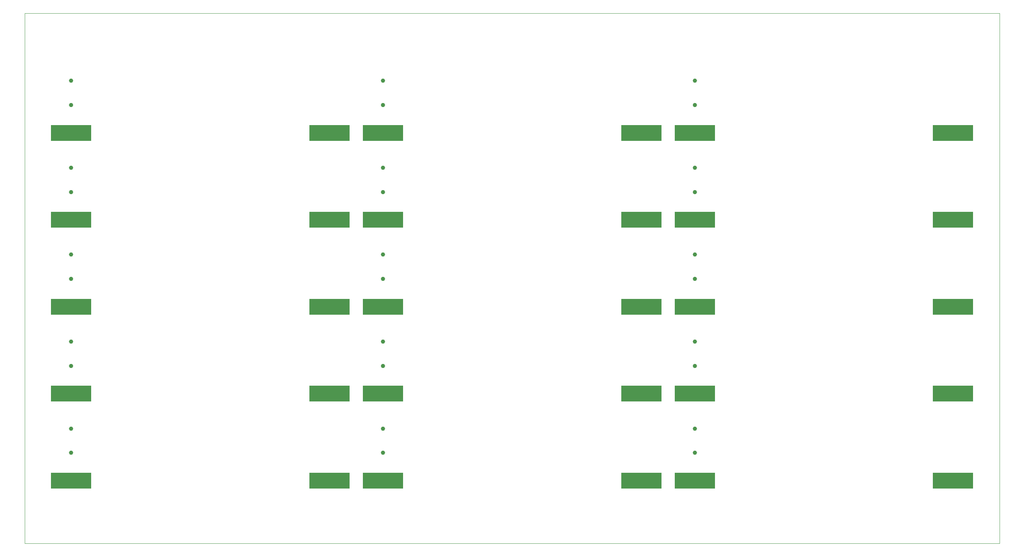
<source format=gbp>
G04*
G04 #@! TF.GenerationSoftware,Altium Limited,Altium Designer,21.4.1 (30)*
G04*
G04 Layer_Color=128*
%FSLAX44Y44*%
%MOMM*%
G71*
G04*
G04 #@! TF.SameCoordinates,2D73B175-FFCD-4784-8361-F00341A9FACE*
G04*
G04*
G04 #@! TF.FilePolarity,Positive*
G04*
G01*
G75*
%ADD10C,1.0000*%
%ADD31R,9.5000X3.8000*%
%ADD41C,0.1000*%
D10*
X109900Y271600D02*
D03*
Y214300D02*
D03*
X845300Y271600D02*
D03*
Y214300D02*
D03*
X1580700Y271600D02*
D03*
Y214300D02*
D03*
X109900Y476971D02*
D03*
Y419671D02*
D03*
X845300Y476971D02*
D03*
Y419671D02*
D03*
X1580700Y476971D02*
D03*
Y419671D02*
D03*
X109900Y682343D02*
D03*
Y625043D02*
D03*
X845300Y682343D02*
D03*
Y625043D02*
D03*
X1580700Y682343D02*
D03*
Y625043D02*
D03*
X109900Y887714D02*
D03*
Y830414D02*
D03*
X845300Y887714D02*
D03*
Y830414D02*
D03*
X1580700Y887714D02*
D03*
Y830414D02*
D03*
X109900Y1093085D02*
D03*
Y1035786D02*
D03*
X845300Y1093085D02*
D03*
Y1035786D02*
D03*
X1580700Y1093085D02*
D03*
Y1035786D02*
D03*
D31*
X109900Y148700D02*
D03*
X719400D02*
D03*
X845300D02*
D03*
X1454800D02*
D03*
X1580700D02*
D03*
X2190200D02*
D03*
X109900Y354071D02*
D03*
X719400D02*
D03*
X845300D02*
D03*
X1454800D02*
D03*
X1580700D02*
D03*
X2190200D02*
D03*
X109900Y559443D02*
D03*
X719400D02*
D03*
X845300D02*
D03*
X1454800D02*
D03*
X1580700D02*
D03*
X2190200D02*
D03*
X109900Y764814D02*
D03*
X719400D02*
D03*
X845300D02*
D03*
X1454800D02*
D03*
X1580700D02*
D03*
X2190200D02*
D03*
X109900Y970185D02*
D03*
X719400D02*
D03*
X845300D02*
D03*
X1454800D02*
D03*
X1580700D02*
D03*
X2190200D02*
D03*
D41*
X2300000Y0D02*
Y1252400D01*
X-0Y0D02*
X0Y1252400D01*
X-0D02*
X2300000D01*
X0Y0D02*
X2300000D01*
M02*

</source>
